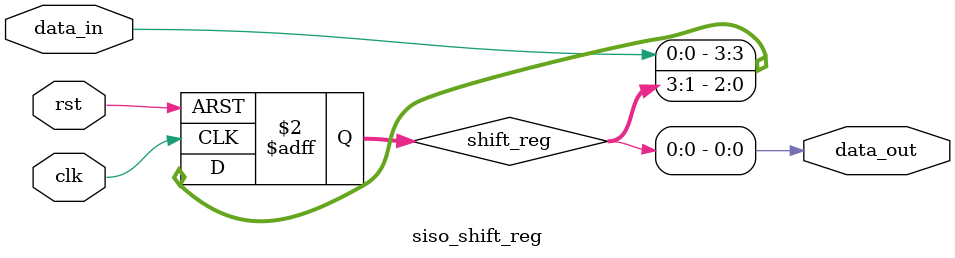
<source format=v>
`timescale 1ns / 1ps


module siso_shift_reg(clk,rst,data_in,data_out);
  input rst,clk;
  input data_in;
  output data_out;
  
  reg [3:0] shift_reg;
  
  always@(posedge clk or posedge rst)
    begin
      if(rst)
        shift_reg<=4'b0000;
      else
        shift_reg<= {data_in,shift_reg[3:1]};
    end
    
    assign data_out = shift_reg[0];
endmodule

</source>
